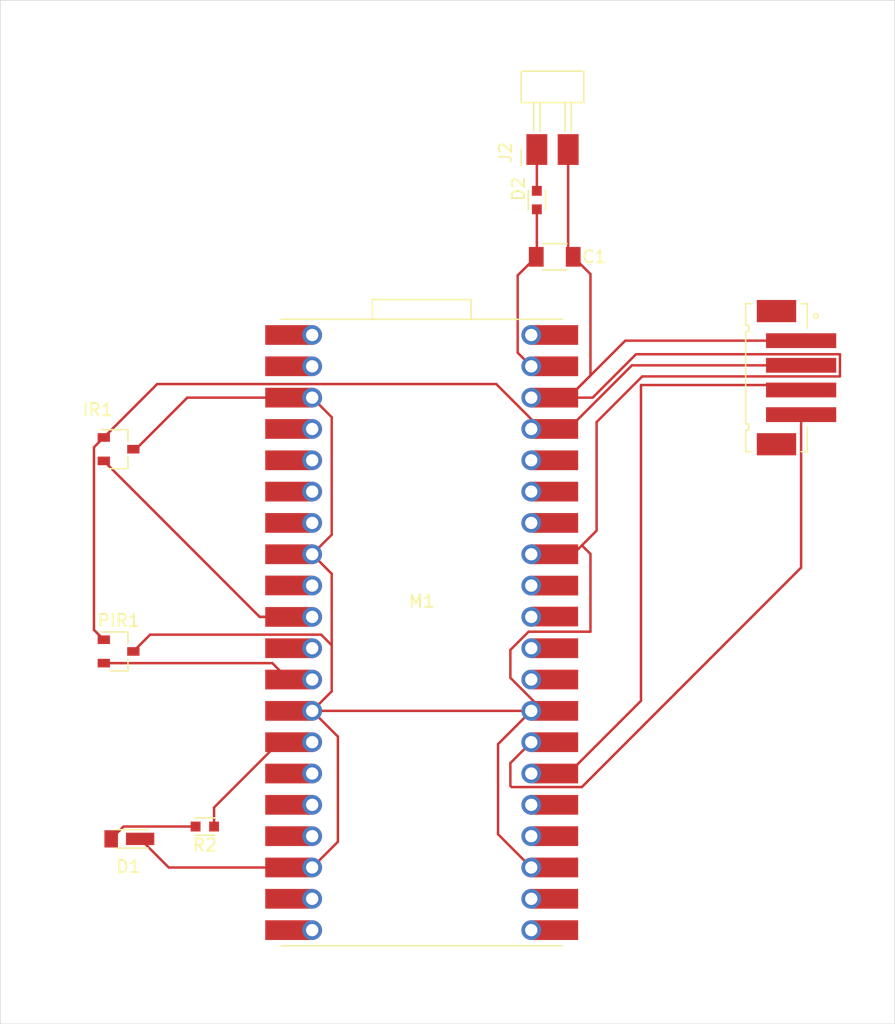
<source format=kicad_pcb>
(kicad_pcb (version 20240108) (generator "pcbnew") (generator_version "8.0")
  (layers (0 "F.Cu" signal) (31 "B.Cu" signal) (34 "B.Paste" user) (35 "F.Paste" user) (36 "B.SilkS" user "B.Silkscreen") (37 "F.SilkS" user "F.Silkscreen") (38 "B.Mask" user) (39 "F.Mask" user) (44 "Edge.Cuts" user))
  (net 0 "")
  (net 1 "PWR_GND")
  (net 2 "Net-(D2-K)")
  (net 3 "Net-(D1-A)")
  (net 4 "PWR_5V")
  (net 5 "Net-(IR1-VDD)")
  (net 6 "Net-(IR1-OUTPUT)")
  (net 7 "Net-(M1-GP20)")
  (net 8 "Net-(M1-GP21)")
  (net 10 "Net-(M1-GP10)")
  (net 15 "Net-(M1-GP9)")
  (footprint "fab:SOT-23-3" (layer "F.Cu") (at 96.2 116.6)
    (property "Reference" "PIR1" (at 0 -2.5 0) (layer "F.SilkS"))
    (property "Value" "Sensor_HallEffect_Analog_A1324LLHLT-T" (hide yes))
    (fp_line (start 0.76 -1.58) (end -1.4 -1.58) (stroke (width 0.12)) (layer "F.SilkS"))
    (fp_line (start 0.76 -1.58) (end 0.76 -0.65) (stroke (width 0.12)) (layer "F.SilkS"))
    (fp_line (start 0.76 1.58) (end -0.7 1.58) (stroke (width 0.12)) (layer "F.SilkS"))
    (fp_line (start 0.76 1.58) (end 0.76 0.65) (stroke (width 0.12)) (layer "F.SilkS"))
    (pad "1" smd rect (at -1.2 -0.95) (size 1 0.7) (layers "F.Cu" "F.Paste" "F.Mask") (net 5 "Net-(IR1-VDD)"))
    (pad "2" smd rect (at -1.2 0.95) (size 1 0.7) (layers "F.Cu" "F.Paste" "F.Mask") (net 15 "Net-(M1-GP9)"))
    (pad "3" smd rect (at 1.2 0) (size 1 0.7) (layers "F.Cu" "F.Paste" "F.Mask") (net 1 "PWR_GND"))
  )
  (footprint "fab:PinHeader_01x02_P2.54mm_Horizontal_SMD" (layer "F.Cu") (at 130.15 75.9 90)
    (property "Reference" "J2" (at 0.7 -2.54 90) (layer "F.SilkS") (effects (justify right)))
    (property "Value" "PinHeader_01x02_P2.54mm_Horizontal_SMD" (hide yes))
    (fp_line (start 6.35 -1.27) (end 6.35 3.81) (stroke (width 0.12)) (layer "F.SilkS"))
    (fp_line (start 3.81 -1.27) (end 6.35 -1.27) (stroke (width 0.12)) (layer "F.SilkS"))
    (fp_line (start -1.27 -1.27) (end 0 -1.27) (stroke (width 0.12)) (layer "F.SilkS"))
    (fp_line (start 3.81 -0.254) (end 1.5 -0.254) (stroke (width 0.12)) (layer "F.SilkS"))
    (fp_line (start 3.81 0.254) (end 1.5 0.254) (stroke (width 0.12)) (layer "F.SilkS"))
    (fp_line (start 3.81 2.286) (end 1.5 2.286) (stroke (width 0.12)) (layer "F.SilkS"))
    (fp_line (start 3.81 2.794) (end 1.5 2.794) (stroke (width 0.12)) (layer "F.SilkS"))
    (fp_line (start 6.35 3.81) (end 3.81 3.81) (stroke (width 0.12)) (layer "F.SilkS"))
    (fp_line (start 3.81 3.81) (end 3.81 -1.27) (stroke (width 0.12)) (layer "F.SilkS"))
    (pad "1" smd rect (at 0 0 90) (size 2.5 1.7) (layers "F.Cu" "F.Paste" "F.Mask") (net 4 "PWR_5V"))
    (pad "2" smd rect (at 0 2.54 90) (size 2.5 1.7) (layers "F.Cu" "F.Paste" "F.Mask") (net 1 "PWR_GND"))
  )
  (footprint "fab:LED_Luminus_1206" (layer "F.Cu") (at 97 131.8)
    (property "Reference" "D1" (at 0 2.25 0) (layer "F.SilkS"))
    (property "Value" "LED_Luminus_1206" (hide yes))
    (fp_line (start -1.04 0.75) (end 1.6 0.75) (stroke (width 0.12)) (layer "F.SilkS"))
    (fp_line (start 1.6 -0.75) (end -1.06 -0.75) (stroke (width 0.12)) (layer "F.SilkS"))
    (pad "1" smd rect (at 0.95 0) (size 2.3 1) (layers "F.Cu" "F.Paste" "F.Mask") (net 1 "PWR_GND"))
    (pad "2" smd rect (at -1.4 0) (size 1.1 1.4) (layers "F.Cu" "F.Paste" "F.Mask") (net 3 "Net-(D1-A)"))
  )
  (footprint "fab:Diode_Schottky_0603" (layer "F.Cu") (at 130.15 80 90)
    (property "Reference" "D2" (at 0.9 -1.5 90) (layer "F.SilkS"))
    (property "Value" "Diode_Schottky_0603" (hide yes))
    (fp_line (start -0.8 -0.7) (end 0.8 -0.7) (stroke (width 0.12)) (layer "F.SilkS"))
    (fp_line (start 0.8 0.7) (end -0.8 0.7) (stroke (width 0.12)) (layer "F.SilkS"))
    (pad "1" smd rect (at -0.75 0 90) (size 0.8 0.8) (layers "F.Cu" "F.Paste" "F.Mask") (net 2 "Net-(D2-K)"))
    (pad "2" smd rect (at 0.75 0 90) (size 0.8 0.8) (layers "F.Cu" "F.Paste" "F.Mask") (net 4 "PWR_5V"))
  )
  (footprint "fab:C_1206" (layer "F.Cu") (at 131.6 84.6)
    (property "Reference" "C1" (at 3.2 0 0) (layer "F.SilkS"))
    (property "Value" "C_1206" (hide yes))
    (fp_line (start -1 -1.07) (end 1 -1.07) (stroke (width 0.12)) (layer "F.SilkS"))
    (fp_line (start 1 1.07) (end -1 1.07) (stroke (width 0.12)) (layer "F.SilkS"))
    (pad "1" smd rect (at -1.5 0) (size 1.2 1.6) (layers "F.Cu" "F.Paste" "F.Mask") (net 2 "Net-(D2-K)"))
    (pad "2" smd rect (at 1.5 0) (size 1.2 1.6) (layers "F.Cu" "F.Paste" "F.Mask") (net 1 "PWR_GND"))
  )
  (footprint "fab:SOT-23-3" (layer "F.Cu") (at 96.2 100.2)
    (property "Reference" "IR1" (at -1.7 -3.2 0) (layer "F.SilkS"))
    (property "Value" "Sensor_HallEffect_Analog_A1324LLHLT-T" (hide yes))
    (fp_line (start 0.76 -1.58) (end -1.4 -1.58) (stroke (width 0.12)) (layer "F.SilkS"))
    (fp_line (start 0.76 -1.58) (end 0.76 -0.65) (stroke (width 0.12)) (layer "F.SilkS"))
    (fp_line (start 0.76 1.58) (end -0.7 1.58) (stroke (width 0.12)) (layer "F.SilkS"))
    (fp_line (start 0.76 1.58) (end 0.76 0.65) (stroke (width 0.12)) (layer "F.SilkS"))
    (pad "1" smd rect (at -1.2 -0.95) (size 1 0.7) (layers "F.Cu" "F.Paste" "F.Mask") (net 5 "Net-(IR1-VDD)"))
    (pad "2" smd rect (at -1.2 0.95) (size 1 0.7) (layers "F.Cu" "F.Paste" "F.Mask") (net 6 "Net-(IR1-OUTPUT)"))
    (pad "3" smd rect (at 1.2 0) (size 1 0.7) (layers "F.Cu" "F.Paste" "F.Mask") (net 1 "PWR_GND"))
  )
  (footprint "fab:RaspberryPi_PicoW_Combined" (layer "F.Cu") (at 120.805 115.07)
    (property "Reference" "M1" (at 0.0025 -2.54 0) (layer "F.SilkS"))
    (property "Value" "Module_RaspberryPi_PicoW_Combined" (hide yes))
    (fp_line (start -11.43 25.4) (end 11.43 25.4) (stroke (width 0.12)) (layer "F.SilkS"))
    (fp_line (start -4 -27) (end 4 -27) (stroke (width 0.12)) (layer "F.SilkS"))
    (fp_line (start -4 -25.4) (end -4 -27) (stroke (width 0.12)) (layer "F.SilkS"))
    (fp_line (start 4 -27) (end 4 -25.4) (stroke (width 0.12)) (layer "F.SilkS"))
    (fp_line (start 8.89 -25.4) (end -11.43 -25.4) (stroke (width 0.12)) (layer "F.SilkS"))
    (fp_line (start 11.43 -25.4) (end 8.89 -25.4) (stroke (width 0.12)) (layer "F.SilkS"))
    (pad "1" smd rect (at -10.795 -24.13) (size 3.81 1.6) (layers "F.Cu" "F.Paste" "F.Mask"))
    (pad "1" thru_hole circle (at -8.89 -24.13) (size 1.6 1.6) (drill 1) (layers "*.Cu" "*.Mask"))
    (pad "2" smd rect (at -10.795 -21.59) (size 3.81 1.6) (layers "F.Cu" "F.Paste" "F.Mask"))
    (pad "2" thru_hole circle (at -8.89 -21.59) (size 1.6 1.6) (drill 1) (layers "*.Cu" "*.Mask"))
    (pad "3" smd rect (at -10.795 -19.05) (size 3.81 1.6) (layers "F.Cu" "F.Paste" "F.Mask") (net 1 "PWR_GND"))
    (pad "3" thru_hole circle (at -8.89 -19.05) (size 1.6 1.6) (drill 1) (layers "*.Cu" "*.Mask") (net 1 "PWR_GND"))
    (pad "4" smd rect (at -10.795 -16.51) (size 3.81 1.6) (layers "F.Cu" "F.Paste" "F.Mask"))
    (pad "4" thru_hole circle (at -8.89 -16.51) (size 1.6 1.6) (drill 1) (layers "*.Cu" "*.Mask"))
    (pad "5" smd rect (at -10.795 -13.97) (size 3.81 1.6) (layers "F.Cu" "F.Paste" "F.Mask"))
    (pad "5" thru_hole circle (at -8.89 -13.97) (size 1.6 1.6) (drill 1) (layers "*.Cu" "*.Mask"))
    (pad "6" smd rect (at -10.795 -11.43) (size 3.81 1.6) (layers "F.Cu" "F.Paste" "F.Mask"))
    (pad "6" thru_hole circle (at -8.89 -11.43) (size 1.6 1.6) (drill 1) (layers "*.Cu" "*.Mask"))
    (pad "7" smd rect (at -10.795 -8.89) (size 3.81 1.6) (layers "F.Cu" "F.Paste" "F.Mask"))
    (pad "7" thru_hole circle (at -8.89 -8.89) (size 1.6 1.6) (drill 1) (layers "*.Cu" "*.Mask"))
    (pad "8" smd rect (at -10.795 -6.35) (size 3.81 1.6) (layers "F.Cu" "F.Paste" "F.Mask") (net 1 "PWR_GND"))
    (pad "8" thru_hole circle (at -8.89 -6.35) (size 1.6 1.6) (drill 1) (layers "*.Cu" "*.Mask") (net 1 "PWR_GND"))
    (pad "9" smd rect (at -10.795 -3.819556) (size 3.81 1.6) (layers "F.Cu" "F.Paste" "F.Mask"))
    (pad "9" thru_hole circle (at -8.89 -3.81) (size 1.6 1.6) (drill 1) (layers "*.Cu" "*.Mask"))
    (pad "10" smd rect (at -10.795 -1.27) (size 3.81 1.6) (layers "F.Cu" "F.Paste" "F.Mask") (net 6 "Net-(IR1-OUTPUT)"))
    (pad "10" thru_hole circle (at -8.89 -1.27) (size 1.6 1.6) (drill 1) (layers "*.Cu" "*.Mask") (net 6 "Net-(IR1-OUTPUT)"))
    (pad "11" smd rect (at -10.795 1.27) (size 3.81 1.6) (layers "F.Cu" "F.Paste" "F.Mask"))
    (pad "11" thru_hole circle (at -8.89 1.27) (size 1.6 1.6) (drill 1) (layers "*.Cu" "*.Mask"))
    (pad "12" smd rect (at -10.795 3.81) (size 3.81 1.6) (layers "F.Cu" "F.Paste" "F.Mask") (net 15 "Net-(M1-GP9)"))
    (pad "12" thru_hole circle (at -8.89 3.81) (size 1.6 1.6) (drill 1) (layers "*.Cu" "*.Mask") (net 15 "Net-(M1-GP9)"))
    (pad "13" smd rect (at -10.795 6.35) (size 3.81 1.6) (layers "F.Cu" "F.Paste" "F.Mask") (net 1 "PWR_GND"))
    (pad "13" thru_hole circle (at -8.89 6.35) (size 1.6 1.6) (drill 1) (layers "*.Cu" "*.Mask") (net 1 "PWR_GND"))
    (pad "14" smd rect (at -10.795 8.89) (size 3.81 1.6) (layers "F.Cu" "F.Paste" "F.Mask") (net 10 "Net-(M1-GP10)"))
    (pad "14" thru_hole circle (at -8.89 8.89) (size 1.6 1.6) (drill 1) (layers "*.Cu" "*.Mask") (net 10 "Net-(M1-GP10)"))
    (pad "15" smd rect (at -10.795 11.43) (size 3.81 1.6) (layers "F.Cu" "F.Paste" "F.Mask"))
    (pad "15" thru_hole circle (at -8.89 11.43) (size 1.6 1.6) (drill 1) (layers "*.Cu" "*.Mask"))
    (pad "16" smd rect (at -10.795 13.97) (size 3.81 1.6) (layers "F.Cu" "F.Paste" "F.Mask"))
    (pad "16" thru_hole circle (at -8.89 13.97) (size 1.6 1.6) (drill 1) (layers "*.Cu" "*.Mask"))
    (pad "17" smd rect (at -10.795 16.51) (size 3.81 1.6) (layers "F.Cu" "F.Paste" "F.Mask"))
    (pad "17" thru_hole circle (at -8.89 16.51) (size 1.6 1.6) (drill 1) (layers "*.Cu" "*.Mask"))
    (pad "18" smd rect (at -10.795 19.05) (size 3.81 1.6) (layers "F.Cu" "F.Paste" "F.Mask") (net 1 "PWR_GND"))
    (pad "18" thru_hole circle (at -8.89 19.05) (size 1.6 1.6) (drill 1) (layers "*.Cu" "*.Mask") (net 1 "PWR_GND"))
    (pad "19" smd rect (at -10.795 21.59) (size 3.81 1.6) (layers "F.Cu" "F.Paste" "F.Mask"))
    (pad "19" thru_hole circle (at -8.89 21.59) (size 1.6 1.6) (drill 1) (layers "*.Cu" "*.Mask"))
    (pad "20" smd rect (at -10.795 24.13) (size 3.81 1.6) (layers "F.Cu" "F.Paste" "F.Mask"))
    (pad "20" thru_hole circle (at -8.89 24.13) (size 1.6 1.6) (drill 1) (layers "*.Cu" "*.Mask"))
    (pad "21" thru_hole circle (at 8.89 24.13) (size 1.6 1.6) (drill 1) (layers "*.Cu" "*.Mask"))
    (pad "21" smd rect (at 10.795 24.13) (size 3.81 1.6) (layers "F.Cu" "F.Paste" "F.Mask"))
    (pad "22" thru_hole circle (at 8.89 21.59) (size 1.6 1.6) (drill 1) (layers "*.Cu" "*.Mask"))
    (pad "22" smd rect (at 10.795 21.59) (size 3.81 1.6) (layers "F.Cu" "F.Paste" "F.Mask"))
    (pad "23" thru_hole circle (at 8.89 19.05) (size 1.6 1.6) (drill 1) (layers "*.Cu" "*.Mask") (net 1 "PWR_GND"))
    (pad "23" smd rect (at 10.795 19.05) (size 3.81 1.6) (layers "F.Cu" "F.Paste" "F.Mask") (net 1 "PWR_GND"))
    (pad "24" thru_hole circle (at 8.89 16.51) (size 1.6 1.6) (drill 1) (layers "*.Cu" "*.Mask"))
    (pad "24" smd rect (at 10.795 16.51) (size 3.81 1.6) (layers "F.Cu" "F.Paste" "F.Mask"))
    (pad "25" thru_hole circle (at 8.89 13.97) (size 1.6 1.6) (drill 1) (layers "*.Cu" "*.Mask"))
    (pad "25" smd rect (at 10.795 13.97) (size 3.81 1.6) (layers "F.Cu" "F.Paste" "F.Mask"))
    (pad "26" thru_hole circle (at 8.89 11.43) (size 1.6 1.6) (drill 1) (layers "*.Cu" "*.Mask") (net 7 "Net-(M1-GP20)"))
    (pad "26" smd rect (at 10.795 11.43) (size 3.81 1.6) (layers "F.Cu" "F.Paste" "F.Mask") (net 7 "Net-(M1-GP20)"))
    (pad "27" thru_hole circle (at 8.89 8.89) (size 1.6 1.6) (drill 1) (layers "*.Cu" "*.Mask") (net 8 "Net-(M1-GP21)"))
    (pad "27" smd rect (at 10.795 8.89) (size 3.81 1.6) (layers "F.Cu" "F.Paste" "F.Mask") (net 8 "Net-(M1-GP21)"))
    (pad "28" thru_hole circle (at 8.89 6.35) (size 1.6 1.6) (drill 1) (layers "*.Cu" "*.Mask") (net 1 "PWR_GND"))
    (pad "28" smd rect (at 10.795 6.35) (size 3.81 1.6) (layers "F.Cu" "F.Paste" "F.Mask") (net 1 "PWR_GND"))
    (pad "29" thru_hole circle (at 8.89 3.81) (size 1.6 1.6) (drill 1) (layers "*.Cu" "*.Mask"))
    (pad "29" smd rect (at 10.795 3.81) (size 3.81 1.6) (layers "F.Cu" "F.Paste" "F.Mask"))
    (pad "30" thru_hole circle (at 8.89 1.27) (size 1.6 1.6) (drill 1) (layers "*.Cu" "*.Mask"))
    (pad "30" smd rect (at 10.795 1.27) (size 3.81 1.6) (layers "F.Cu" "F.Paste" "F.Mask"))
    (pad "31" thru_hole circle (at 8.89 -1.27) (size 1.6 1.6) (drill 1) (layers "*.Cu" "*.Mask"))
    (pad "31" smd rect (at 10.786443 -1.297864) (size 3.81 1.6) (layers "F.Cu" "F.Paste" "F.Mask"))
    (pad "32" thru_hole circle (at 8.89 -3.81) (size 1.6 1.6) (drill 1) (layers "*.Cu" "*.Mask"))
    (pad "32" smd rect (at 10.795 -3.81) (size 3.81 1.6) (layers "F.Cu" "F.Paste" "F.Mask"))
    (pad "33" thru_hole circle (at 8.89 -6.35) (size 1.6 1.6) (drill 1) (layers "*.Cu" "*.Mask") (net 1 "PWR_GND"))
    (pad "33" smd rect (at 10.795 -6.35) (size 3.81 1.6) (layers "F.Cu" "F.Paste" "F.Mask") (net 1 "PWR_GND"))
    (pad "34" thru_hole circle (at 8.89 -8.89) (size 1.6 1.6) (drill 1) (layers "*.Cu" "*.Mask"))
    (pad "34" smd rect (at 10.795 -8.89) (size 3.81 1.6) (layers "F.Cu" "F.Paste" "F.Mask"))
    (pad "35" thru_hole circle (at 8.89 -11.43) (size 1.6 1.6) (drill 1) (layers "*.Cu" "*.Mask"))
    (pad "35" smd rect (at 10.795 -11.43) (size 3.81 1.6) (layers "F.Cu" "F.Paste" "F.Mask"))
    (pad "36" thru_hole circle (at 8.89 -13.97) (size 1.6 1.6) (drill 1) (layers "*.Cu" "*.Mask"))
    (pad "36" smd rect (at 10.795 -13.97) (size 3.81 1.6) (layers "F.Cu" "F.Paste" "F.Mask"))
    (pad "37" thru_hole circle (at 8.89 -16.51) (size 1.6 1.6) (drill 1) (layers "*.Cu" "*.Mask") (net 5 "Net-(IR1-VDD)"))
    (pad "37" smd rect (at 10.795 -16.51) (size 3.81 1.6) (layers "F.Cu" "F.Paste" "F.Mask") (net 5 "Net-(IR1-VDD)"))
    (pad "38" thru_hole circle (at 8.89 -19.05) (size 1.6 1.6) (drill 1) (layers "*.Cu" "*.Mask") (net 1 "PWR_GND"))
    (pad "38" smd rect (at 10.795 -19.05) (size 3.81 1.6) (layers "F.Cu" "F.Paste" "F.Mask") (net 1 "PWR_GND"))
    (pad "39" thru_hole circle (at 8.89 -21.59) (size 1.6 1.6) (drill 1) (layers "*.Cu" "*.Mask") (net 2 "Net-(D2-K)"))
    (pad "39" smd rect (at 10.795 -21.59) (size 3.81 1.6) (layers "F.Cu" "F.Paste" "F.Mask") (net 2 "Net-(D2-K)"))
    (pad "40" thru_hole circle (at 8.89 -24.13) (size 1.6 1.6) (drill 1) (layers "*.Cu" "*.Mask"))
    (pad "40" smd rect (at 10.795 -24.13) (size 3.81 1.6) (layers "F.Cu" "F.Paste" "F.Mask"))
  )
  (footprint "fab:R_0603" (layer "F.Cu") (at 103.2 130.8 180)
    (property "Reference" "R2" (at 0 -1.5 0) (layer "F.SilkS"))
    (property "Value" "R_0603" (hide yes))
    (fp_line (start 0.8 0.7) (end -0.8 0.7) (stroke (width 0.12)) (layer "F.SilkS"))
    (fp_line (start -0.8 -0.7) (end 0.8 -0.7) (stroke (width 0.12)) (layer "F.SilkS"))
    (pad "1" smd rect (at -0.75 0 180) (size 0.8 0.8) (layers "F.Cu" "F.Paste" "F.Mask") (net 10 "Net-(M1-GP10)"))
    (pad "2" smd rect (at 0.75 0 180) (size 0.8 0.8) (layers "F.Cu" "F.Paste" "F.Mask") (net 3 "Net-(D1-A)"))
  )
  (footprint "fab:Header_JST_PH_1x04_P2mm_Vertical_SMD" (layer "F.Cu") (at 151.6 92.4)
    (property "Reference" "J1" (hide yes))
    (property "Value" "Conn_Header_JST_PH_1x04_P2mm_Vertical_SMD" (hide yes))
    (fp_line (start -4.5 -4) (end -4.5 -2.25) (stroke (width 0.12)) (layer "F.SilkS"))
    (fp_line (start -4.5 -4) (end -4 -4) (stroke (width 0.12)) (layer "F.SilkS"))
    (fp_line (start -4.5 -2.25) (end -4.25 -2.25) (stroke (width 0.12)) (layer "F.SilkS"))
    (fp_line (start -4.5 -1.75) (end -4.5 5.75) (stroke (width 0.12)) (layer "F.SilkS"))
    (fp_line (start -4.5 5.75) (end -4.25 5.75) (stroke (width 0.12)) (layer "F.SilkS"))
    (fp_line (start -4.5 6.25) (end -4.5 8) (stroke (width 0.12)) (layer "F.SilkS"))
    (fp_line (start -4.5 8) (end -4 8) (stroke (width 0.12)) (layer "F.SilkS"))
    (fp_line (start -4.25 -2.25) (end -4.25 -1.75) (stroke (width 0.12)) (layer "F.SilkS"))
    (fp_line (start -4.25 -1.75) (end -4.5 -1.75) (stroke (width 0.12)) (layer "F.SilkS"))
    (fp_line (start -4.25 5.75) (end -4.25 6.25) (stroke (width 0.12)) (layer "F.SilkS"))
    (fp_line (start -4.25 6.25) (end -4.5 6.25) (stroke (width 0.12)) (layer "F.SilkS"))
    (fp_line (start 0.5 -4) (end 0 -4) (stroke (width 0.12)) (layer "F.SilkS"))
    (fp_line (start 0.5 -2) (end 0.5 -4) (stroke (width 0.12)) (layer "F.SilkS"))
    (fp_line (start 0.5 8) (end 0 8) (stroke (width 0.12)) (layer "F.SilkS"))
    (fp_line (start 0.5 8) (end 0.5 6) (stroke (width 0.12)) (layer "F.SilkS"))
    (fp_circle (center 1.2 -3) (end 1.4 -3) (stroke (width 0.12)) (fill none) (layer "F.SilkS"))
    (pad "" smd rect (at -2 -3.4) (size 3.2 1.8) (layers "F.Cu" "F.Paste" "F.Mask"))
    (pad "" smd rect (at -2 7.4) (size 3.2 1.8) (layers "F.Cu" "F.Paste" "F.Mask"))
    (pad "1" smd rect (at 0 -1) (size 5.7 1.2) (layers "F.Cu" "F.Paste" "F.Mask") (net 1 "PWR_GND"))
    (pad "2" smd rect (at 0 1) (size 5.7 1.2) (layers "F.Cu" "F.Paste" "F.Mask") (net 5 "Net-(IR1-VDD)"))
    (pad "3" smd rect (at 0 3) (size 5.7 1.2) (layers "F.Cu" "F.Paste" "F.Mask") (net 7 "Net-(M1-GP20)"))
    (pad "4" smd rect (at 0 5) (size 5.7 1.2) (layers "F.Cu" "F.Paste" "F.Mask") (net 8 "Net-(M1-GP21)"))
  )
  (gr_rect (start 86.6 63.8) (end 159.2 146.8) (stroke (width 0.05)) (fill none) (layer "Edge.Cuts"))
  (segment (start 129.479365 115) (end 128 116.479365) (width 0.2) (layer "F.Cu") (net 1))
  (segment (start 97.4 100.2) (end 97.6 100.2) (width 0.2) (layer "F.Cu") (net 1))
  (segment (start 129.695 121.42) (end 127 124.115) (width 0.2) (layer "F.Cu") (net 1))
  (segment (start 113.5 110.305) (end 113.5 116.115) (width 0.2) (layer "F.Cu") (net 1))
  (segment (start 134.679314 96.02) (end 138.199314 92.5) (width 0.2) (layer "F.Cu") (net 1))
  (segment (start 138.699314 94.3) (end 135 97.999314) (width 0.2) (layer "F.Cu") (net 1))
  (segment (start 100.27 134.12) (end 110.01 134.12) (width 0.2) (layer "F.Cu") (net 1))
  (segment (start 132.69 75.9) (end 132.69 84.19) (width 0.2) (layer "F.Cu") (net 1))
  (segment (start 138.199314 92.5) (end 154.75 92.5) (width 0.2) (layer "F.Cu") (net 1))
  (segment (start 131.6 96.02) (end 134.679314 96.02) (width 0.2) (layer "F.Cu") (net 1))
  (segment (start 97.95 131.8) (end 100.27 134.12) (width 0.2) (layer "F.Cu") (net 1))
  (segment (start 127 124.115) (end 127 131.425) (width 0.2) (layer "F.Cu") (net 1))
  (segment (start 128 116.479365) (end 128 118.740635) (width 0.2) (layer "F.Cu") (net 1))
  (segment (start 134.5 108.695) (end 134.5 115) (width 0.2) (layer "F.Cu") (net 1))
  (segment (start 154.75 92.5) (end 154.75 94.3) (width 0.2) (layer "F.Cu") (net 1))
  (segment (start 114 132.035) (end 114 123.505) (width 0.2) (layer "F.Cu") (net 1))
  (segment (start 97.6 100.2) (end 101.78 96.02) (width 0.2) (layer "F.Cu") (net 1))
  (segment (start 134.5 94.225) (end 132.705 96.02) (width 0.2) (layer "F.Cu") (net 1))
  (segment (start 111.915 134.12) (end 114 132.035) (width 0.2) (layer "F.Cu") (net 1))
  (segment (start 97.4 116.6) (end 98.76 115.24) (width 0.2) (layer "F.Cu") (net 1))
  (segment (start 133.085 108.72) (end 133.805 108) (width 0.2) (layer "F.Cu") (net 1))
  (segment (start 135 97.999314) (end 135 106.805) (width 0.2) (layer "F.Cu") (net 1))
  (segment (start 111.915 108.72) (end 113.5 110.305) (width 0.2) (layer "F.Cu") (net 1))
  (segment (start 113.5 119.835) (end 111.915 121.42) (width 0.2) (layer "F.Cu") (net 1))
  (segment (start 113.5 97.605) (end 113.5 107.135) (width 0.2) (layer "F.Cu") (net 1))
  (segment (start 133.1 84.6) (end 134.5 86) (width 0.2) (layer "F.Cu") (net 1))
  (segment (start 113.5 107.135) (end 111.915 108.72) (width 0.2) (layer "F.Cu") (net 1))
  (segment (start 129.695 108.72) (end 133.085 108.72) (width 0.2) (layer "F.Cu") (net 1))
  (segment (start 151.6 91.4) (end 137.325 91.4) (width 0.2) (layer "F.Cu") (net 1))
  (segment (start 134.5 86) (end 134.5 94.225) (width 0.2) (layer "F.Cu") (net 1))
  (segment (start 137.325 91.4) (end 132.705 96.02) (width 0.2) (layer "F.Cu") (net 1))
  (segment (start 134.5 115) (end 129.479365 115) (width 0.2) (layer "F.Cu") (net 1))
  (segment (start 101.78 96.02) (end 110.01 96.02) (width 0.2) (layer "F.Cu") (net 1))
  (segment (start 127 131.425) (end 129.695 134.12) (width 0.2) (layer "F.Cu") (net 1))
  (segment (start 111.915 96.02) (end 113.5 97.605) (width 0.2) (layer "F.Cu") (net 1))
  (segment (start 112.64 115.24) (end 113.5 116.1) (width 0.2) (layer "F.Cu") (net 1))
  (segment (start 132.705 96.02) (end 131.6 96.02) (width 0.2) (layer "F.Cu") (net 1))
  (segment (start 129.695 121.42) (end 111.915 121.42) (width 0.2) (layer "F.Cu") (net 1))
  (segment (start 130.679365 121.42) (end 131.6 121.42) (width 0.2) (layer "F.Cu") (net 1))
  (segment (start 98.76 115.24) (end 112.64 115.24) (width 0.2) (layer "F.Cu") (net 1))
  (segment (start 133.805 108) (end 134.5 108.695) (width 0.2) (layer "F.Cu") (net 1))
  (segment (start 113.5 116.1) (end 113.5 119.835) (width 0.2) (layer "F.Cu") (net 1))
  (segment (start 128 118.740635) (end 130.679365 121.42) (width 0.2) (layer "F.Cu") (net 1))
  (segment (start 132.69 84.19) (end 133.1 84.6) (width 0.2) (layer "F.Cu") (net 1))
  (segment (start 135 106.805) (end 133.805 108) (width 0.2) (layer "F.Cu") (net 1))
  (segment (start 114 123.505) (end 111.915 121.42) (width 0.2) (layer "F.Cu") (net 1))
  (segment (start 154.75 94.3) (end 138.699314 94.3) (width 0.2) (layer "F.Cu") (net 1))
  (segment (start 128.595 86.105) (end 128.595 92.38) (width 0.2) (layer "F.Cu") (net 2))
  (segment (start 128.595 92.38) (end 129.695 93.48) (width 0.2) (layer "F.Cu") (net 2))
  (segment (start 130.15 84.55) (end 130.1 84.6) (width 0.2) (layer "F.Cu") (net 2))
  (segment (start 130.1 84.6) (end 128.595 86.105) (width 0.2) (layer "F.Cu") (net 2))
  (segment (start 130.15 80.75) (end 130.15 84.55) (width 0.2) (layer "F.Cu") (net 2))
  (segment (start 96.6 130.8) (end 95.6 131.8) (width 0.2) (layer "F.Cu") (net 3))
  (segment (start 102.45 130.8) (end 96.6 130.8) (width 0.2) (layer "F.Cu") (net 3))
  (segment (start 130.15 75.9) (end 130.15 79.25) (width 0.2) (layer "F.Cu") (net 4))
  (segment (start 132.705 98.56) (end 137.865 93.4) (width 0.2) (layer "F.Cu") (net 5))
  (segment (start 94.2 114.85) (end 94.2 100.05) (width 0.2) (layer "F.Cu") (net 5))
  (segment (start 137.865 93.4) (end 151.6 93.4) (width 0.2) (layer "F.Cu") (net 5))
  (segment (start 131.6 98.56) (end 132.705 98.56) (width 0.2) (layer "F.Cu") (net 5))
  (segment (start 95 115.65) (end 94.2 114.85) (width 0.2) (layer "F.Cu") (net 5))
  (segment (start 126.855 94.92) (end 130.495 98.56) (width 0.2) (layer "F.Cu") (net 5))
  (segment (start 130.495 98.56) (end 131.6 98.56) (width 0.2) (layer "F.Cu") (net 5))
  (segment (start 94.2 100.05) (end 95 99.25) (width 0.2) (layer "F.Cu") (net 5))
  (segment (start 99.33 94.92) (end 126.855 94.92) (width 0.2) (layer "F.Cu") (net 5))
  (segment (start 95 99.25) (end 99.33 94.92) (width 0.2) (layer "F.Cu") (net 5))
  (segment (start 111.915 113.8) (end 107.65 113.8) (width 0.2) (layer "F.Cu") (net 6))
  (segment (start 107.65 113.8) (end 95 101.15) (width 0.2) (layer "F.Cu") (net 6))
  (segment (start 107.65 113.8) (end 110.01 113.8) (width 0.2) (layer "F.Cu") (net 6))
  (segment (start 138.6 120.605) (end 132.705 126.5) (width 0.2) (layer "F.Cu") (net 7))
  (segment (start 132.705 126.5) (end 131.6 126.5) (width 0.2) (layer "F.Cu") (net 7))
  (segment (start 151.6 95.4) (end 149.4 95.4) (width 0.2) (layer "F.Cu") (net 7))
  (segment (start 149 95) (end 138.6 95) (width 0.2) (layer "F.Cu") (net 7))
  (segment (start 138.6 95) (end 138.6 120.605) (width 0.2) (layer "F.Cu") (net 7))
  (segment (start 149.4 95.4) (end 149 95) (width 0.2) (layer "F.Cu") (net 7))
  (segment (start 128 127.5) (end 128 125.655) (width 0.2) (layer "F.Cu") (net 8))
  (segment (start 151.6 97.4) (end 151.6 109.8) (width 0.2) (layer "F.Cu") (net 8))
  (segment (start 151.6 109.8) (end 133.8 127.6) (width 0.2) (layer "F.Cu") (net 8))
  (segment (start 128.1 127.6) (end 128 127.5) (width 0.2) (layer "F.Cu") (net 8))
  (segment (start 133.8 127.6) (end 128.1 127.6) (width 0.2) (layer "F.Cu") (net 8))
  (segment (start 128 125.655) (end 129.695 123.96) (width 0.2) (layer "F.Cu") (net 8))
  (segment (start 103.95 129.255) (end 109.245 123.96) (width 0.2) (layer "F.Cu") (net 10))
  (segment (start 103.95 130.8) (end 103.95 129.255) (width 0.2) (layer "F.Cu") (net 10))
  (segment (start 109.245 123.96) (end 110.01 123.96) (width 0.2) (layer "F.Cu") (net 10))
  (segment (start 108.68 117.55) (end 110.01 118.88) (width 0.2) (layer "F.Cu") (net 15))
  (segment (start 95 117.55) (end 108.68 117.55) (width 0.2) (layer "F.Cu") (net 15))
)
</source>
